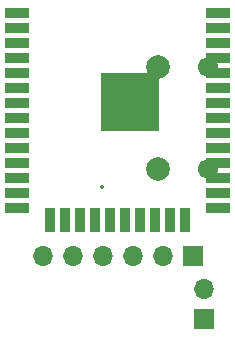
<source format=gbr>
%TF.GenerationSoftware,KiCad,Pcbnew,(5.1.9-0-10_14)*%
%TF.CreationDate,2021-05-15T08:29:56+01:00*%
%TF.ProjectId,Battery,42617474-6572-4792-9e6b-696361645f70,1*%
%TF.SameCoordinates,Original*%
%TF.FileFunction,Soldermask,Bot*%
%TF.FilePolarity,Negative*%
%FSLAX46Y46*%
G04 Gerber Fmt 4.6, Leading zero omitted, Abs format (unit mm)*
G04 Created by KiCad (PCBNEW (5.1.9-0-10_14)) date 2021-05-15 08:29:56*
%MOMM*%
%LPD*%
G01*
G04 APERTURE LIST*
%ADD10R,1.700000X1.700000*%
%ADD11O,1.700000X1.700000*%
%ADD12R,2.000000X0.900000*%
%ADD13R,0.900000X2.000000*%
%ADD14R,5.000000X5.000000*%
%ADD15C,0.350000*%
%ADD16C,1.700000*%
%ADD17C,2.000000*%
G04 APERTURE END LIST*
D10*
%TO.C,J1*%
X133045000Y-120500000D03*
D11*
X130505000Y-120500000D03*
X127965000Y-120500000D03*
X125425000Y-120500000D03*
X122885000Y-120500000D03*
X120345000Y-120500000D03*
%TD*%
D12*
%TO.C,U1*%
X118200000Y-99895000D03*
X118200000Y-101165000D03*
X118200000Y-102435000D03*
X118200000Y-103705000D03*
X118200000Y-104975000D03*
X118200000Y-106245000D03*
X118200000Y-107515000D03*
X118200000Y-108785000D03*
X118200000Y-110055000D03*
X118200000Y-111325000D03*
X118200000Y-112595000D03*
X118200000Y-113865000D03*
X118200000Y-115135000D03*
X118200000Y-116405000D03*
D13*
X120985000Y-117405000D03*
X122255000Y-117405000D03*
X123525000Y-117405000D03*
X124795000Y-117405000D03*
X126065000Y-117405000D03*
X127335000Y-117405000D03*
X128605000Y-117405000D03*
X129875000Y-117405000D03*
X131145000Y-117405000D03*
X132415000Y-117405000D03*
D12*
X135200000Y-116405000D03*
X135200000Y-115135000D03*
X135200000Y-113865000D03*
X135200000Y-112595000D03*
X135200000Y-111325000D03*
X135200000Y-110055000D03*
X135200000Y-108785000D03*
X135200000Y-107515000D03*
X135200000Y-106245000D03*
X135200000Y-104975000D03*
X135200000Y-103705000D03*
X135200000Y-102435000D03*
X135200000Y-101165000D03*
X135200000Y-99895000D03*
D14*
X127700000Y-107395000D03*
%TD*%
D15*
%TO.C,U2*%
X125325000Y-114625000D03*
%TD*%
D11*
%TO.C,J3*%
X134000000Y-123260000D03*
D10*
X134000000Y-125800000D03*
%TD*%
D16*
%TO.C,J2*%
X134310000Y-104475000D03*
X134310000Y-113125000D03*
D17*
X130130000Y-104475000D03*
X130130000Y-113125000D03*
%TD*%
M02*

</source>
